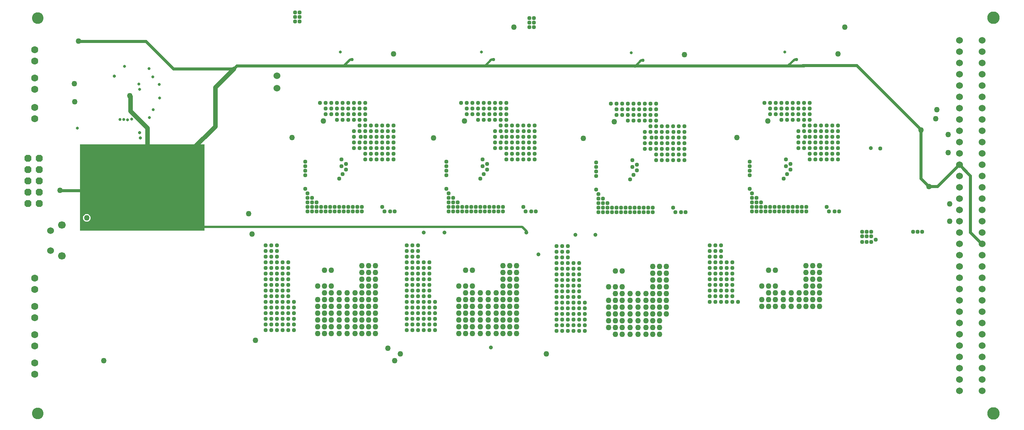
<source format=gbr>
%FSTAX23Y23*%
%MOIN*%
%SFA1B1*%

%IPPOS*%
%AMD59*
4,1,8,-0.031000,0.015500,-0.031000,-0.015500,-0.015500,-0.031000,0.015500,-0.031000,0.031000,-0.015500,0.031000,0.015500,0.015500,0.031000,-0.015500,0.031000,-0.031000,0.015500,0.0*
%
%ADD48C,0.025000*%
%ADD50C,0.019685*%
%ADD56C,0.066929*%
%ADD57C,0.060000*%
%ADD58C,0.062992*%
G04~CAMADD=59~4~0.0~0.0~620.0~620.0~0.0~155.0~0~0.0~0.0~0.0~0.0~0~0.0~0.0~0.0~0.0~0~0.0~0.0~0.0~90.0~620.0~620.0*
%ADD59D59*%
%ADD60C,0.110236*%
%ADD61C,0.060000*%
%ADD62C,0.102362*%
%ADD63C,0.035433*%
%ADD64C,0.037401*%
%ADD65C,0.050000*%
%ADD66C,0.030000*%
%ADD67C,0.026457*%
%ADD68C,0.025000*%
%ADD69C,0.027559*%
%ADD70C,0.039370*%
%LNlv1_copper_signal_2-1*%
%LPD*%
G36*
X02479Y02231D02*
X01379D01*
Y02992*
X02479*
Y02231*
G37*
%LNlv1_copper_signal_2-2*%
%LPC*%
G36*
X0144Y02376D02*
X01431Y02375D01*
X01423Y02372*
X01417Y02366*
X01411Y02359*
X01408Y02351*
X01407Y02343*
X01408Y02334*
X01411Y02326*
X01417Y02319*
X01423Y02314*
X01431Y02311*
X0144Y0231*
X01449Y02311*
X01457Y02314*
X01463Y02319*
X01469Y02326*
X01472Y02334*
X01473Y02343*
X01472Y02351*
X01469Y02359*
X01463Y02366*
X01457Y02372*
X01449Y02375*
X0144Y02376*
G37*
%LNlv1_copper_signal_2-3*%
%LPD*%
G54D48*
X07767Y03689D02*
X08242D01*
X0274Y0366D02*
X02768Y03687D01*
X03711*
X07776*
X08242Y03689D02*
X08809Y03122D01*
X0881Y02689D02*
Y03119D01*
Y02689D02*
X0888Y0262D01*
X08957*
X0915Y02812D02*
X09247Y02714D01*
Y02213D02*
Y02714D01*
X08957Y0262D02*
X0915Y02813D01*
X09247Y02213D02*
X0935Y0211D01*
X01962Y03904D02*
X02207Y0366D01*
X01365Y03904D02*
X01962D01*
X01201Y02584D02*
X01714D01*
X02207Y0366D02*
X0274D01*
G54D50*
X0198Y0257D02*
X02285Y02264D01*
X05286D02*
X05327Y02223D01*
X02285Y02264D02*
X05286D01*
X03766Y03743D02*
X03784D01*
X03711Y03687D02*
X03766Y03743D01*
X0496Y03687D02*
X05015Y03742D01*
X05032*
X06283Y03681D02*
X06338Y03737D01*
X06355*
X07638Y03688D02*
X07694Y03743D01*
X07711*
G54D56*
X01219Y02281D03*
Y02005D03*
G54D57*
X0112Y02054D03*
Y02231D03*
X0935Y03912D03*
Y03812D03*
Y03712D03*
Y03612D03*
Y03512D03*
Y03412D03*
Y03312D03*
Y03212D03*
Y03112D03*
Y03012D03*
Y02912D03*
Y02812D03*
Y02712D03*
Y02612D03*
Y02512D03*
Y02412D03*
Y02312D03*
Y02212D03*
Y02112D03*
Y02012D03*
Y01912D03*
Y01812D03*
Y01712D03*
Y01612D03*
Y01512D03*
Y01412D03*
Y01312D03*
Y01212D03*
Y01112D03*
Y01012D03*
Y00912D03*
Y00812D03*
X0915Y03912D03*
Y03812D03*
Y03712D03*
Y03612D03*
Y03512D03*
Y03412D03*
Y03312D03*
Y03212D03*
Y03112D03*
Y03012D03*
Y02912D03*
Y02812D03*
Y02712D03*
Y02612D03*
Y02512D03*
Y02412D03*
Y02312D03*
Y02212D03*
Y02112D03*
Y02012D03*
Y01912D03*
Y01812D03*
Y01712D03*
Y01612D03*
Y01512D03*
Y01412D03*
Y01312D03*
Y01212D03*
Y01112D03*
Y01012D03*
Y00912D03*
Y00812D03*
G54D58*
X00981Y0373D03*
Y0383D03*
Y0332D03*
Y0322D03*
Y0358D03*
Y0348D03*
Y0181D03*
Y0171D03*
Y0156D03*
Y0146D03*
Y0131D03*
Y0121D03*
Y0106D03*
Y0096D03*
G54D59*
X0092Y0287D03*
X0102D03*
Y0277D03*
X0092D03*
Y0267D03*
X0102D03*
X0092Y0257D03*
X0102D03*
X0092Y0247D03*
X0102D03*
G54D60*
X0945Y04112D03*
Y00612D03*
G54D61*
X0312Y0349D03*
Y036D03*
G54D62*
X01006Y04111D03*
Y00612D03*
G54D63*
X04418Y02214D03*
X046Y02212D03*
X05429Y02021D03*
X05756Y02194D03*
X05935Y02192D03*
X05011Y01195D03*
X05325Y02214D03*
X08368Y02958D03*
G54D64*
X0328Y0416D03*
Y0412D03*
Y0408D03*
X0332D03*
Y0412D03*
Y0416D03*
X0539Y0403D03*
Y0407D03*
Y0411D03*
X0535Y0407D03*
Y0411D03*
Y0403D03*
X0874Y0222D03*
X08779D03*
X0882D03*
X0841Y0215D03*
X0837Y0222D03*
Y0218D03*
Y0213D03*
X0833D03*
Y0218D03*
Y0222D03*
X08289Y0213D03*
Y0218D03*
Y0222D03*
X0367Y0269D03*
X037Y0273D03*
X0373Y0277D03*
Y0282D03*
X0369Y0286D03*
Y028D03*
X0317Y0135D03*
Y014D03*
Y0145D03*
Y015D03*
Y0155D03*
Y016D03*
X0322D03*
Y0155D03*
Y015D03*
Y0145D03*
Y014D03*
Y0135D03*
X0327Y016D03*
Y0155D03*
Y015D03*
Y0145D03*
Y014D03*
Y0135D03*
X0322Y0165D03*
Y017D03*
Y0175D03*
Y018D03*
Y0185D03*
Y019D03*
Y0195D03*
X0317Y0165D03*
Y017D03*
Y0175D03*
Y018D03*
Y0185D03*
Y019D03*
Y0195D03*
X0312Y0135D03*
Y014D03*
Y0145D03*
Y015D03*
Y0155D03*
Y016D03*
Y0165D03*
X0307Y0135D03*
Y014D03*
Y0145D03*
Y015D03*
Y0155D03*
Y016D03*
Y0165D03*
X0302D03*
Y016D03*
Y0155D03*
Y015D03*
Y0145D03*
Y014D03*
Y0135D03*
X0312Y021D03*
Y0205D03*
Y02D03*
Y0195D03*
Y019D03*
Y0185D03*
Y018D03*
Y0175D03*
Y017D03*
X0307Y021D03*
Y0205D03*
Y02D03*
Y0195D03*
Y019D03*
Y0185D03*
Y018D03*
Y0175D03*
Y017D03*
X0302D03*
Y0175D03*
Y018D03*
Y0185D03*
Y019D03*
Y0195D03*
Y02D03*
Y0205D03*
Y021D03*
X0375Y0336D03*
Y0326D03*
Y0321D03*
Y0331D03*
X0415Y0286D03*
X041D03*
X0405D03*
X04D03*
X0395D03*
X039D03*
Y0291D03*
X0395D03*
X04D03*
X0405D03*
X041D03*
X0415D03*
X037Y0336D03*
X039Y0301D03*
X0395D03*
X04D03*
X0405D03*
X041D03*
X0415D03*
Y0296D03*
X041D03*
X0405D03*
X04D03*
X0395D03*
X039D03*
X0385D03*
Y0301D03*
X0386Y0306D03*
X039D03*
X0395D03*
X04D03*
X0405D03*
X041D03*
X0415D03*
X041Y0311D03*
X04051Y03109D03*
X04Y0311D03*
X0395D03*
X039D03*
X0385D03*
X038Y0296D03*
Y0301D03*
Y0306D03*
Y0311D03*
X0415D03*
Y0316D03*
X041D03*
X0405D03*
X04D03*
X0395D03*
X039D03*
X0385D03*
X039Y0321D03*
X0385D03*
X038D03*
X039Y0326D03*
X0385D03*
X038D03*
Y0331D03*
X0385D03*
X039D03*
X038Y0336D03*
X0385D03*
X039D03*
X0412Y024D03*
X0405Y0244D03*
X0337Y0284D03*
Y028D03*
Y0276D03*
Y0272D03*
Y026D03*
X0339Y0256D03*
Y0252D03*
Y0248D03*
X0343D03*
Y0252D03*
X0347Y0248D03*
X0339Y0244D03*
Y024D03*
X0343D03*
Y0244D03*
X0347D03*
Y024D03*
X0351Y0244D03*
Y024D03*
X0355D03*
Y0244D03*
X0359D03*
Y024D03*
X0363D03*
Y0244D03*
X0367D03*
Y024D03*
X0371D03*
Y0244D03*
X0375D03*
Y024D03*
X0379Y0244D03*
Y024D03*
X0383D03*
Y0244D03*
X0387D03*
Y024D03*
X0407D03*
X0416D03*
X0365Y0336D03*
X036D03*
X0355D03*
X035D03*
X037Y0331D03*
X0365D03*
X036D03*
X0355D03*
X037Y0326D03*
Y0321D03*
X0365Y0326D03*
X036D03*
X0355D03*
X0365Y0321D03*
X08451Y02957D03*
X04898Y03209D03*
X04798Y03259D03*
X04848D03*
X04898D03*
X04948Y03209D03*
Y03259D03*
X04798Y03309D03*
X04848D03*
X04898D03*
X04948D03*
X04748Y03359D03*
X04798D03*
X04848D03*
X04898D03*
X05408Y02399D03*
X05318D03*
X04618Y02719D03*
Y02759D03*
Y02799D03*
Y02839D03*
X05298Y02439D03*
X05368Y02399D03*
X05148Y03359D03*
X05098D03*
X05048D03*
X05148Y03309D03*
X05098D03*
X05048D03*
Y03259D03*
X05098D03*
X05148D03*
X05048Y03209D03*
X05098D03*
X05148D03*
X05098Y03159D03*
X05148D03*
X05198D03*
X05248D03*
X05298D03*
X05348D03*
X05398D03*
Y03109D03*
X05048D03*
Y03059D03*
Y03009D03*
Y02959D03*
X05098Y03109D03*
X05148D03*
X05198D03*
X05248D03*
X05299Y03108D03*
X05348Y03109D03*
X05398Y03059D03*
X05348D03*
X05298D03*
X05248D03*
X05198D03*
X05148D03*
X05108D03*
X05098Y03009D03*
Y02959D03*
X05148D03*
X05198D03*
X05248D03*
X05298D03*
X05348D03*
X05398D03*
Y03009D03*
X05348D03*
X05298D03*
X05248D03*
X05198D03*
X05148D03*
X04948Y03359D03*
X05398Y02909D03*
X05348D03*
X05298D03*
X05248D03*
X05198D03*
X05148D03*
Y02859D03*
X05198D03*
X05248D03*
X05298D03*
X05348D03*
X05398D03*
X04998Y03309D03*
Y03209D03*
Y03259D03*
Y03359D03*
X04938Y02799D03*
Y02859D03*
X04978Y02819D03*
Y02769D03*
X04948Y02729D03*
X04918Y02689D03*
X06221Y03204D03*
X06121Y03254D03*
X06171D03*
X06221D03*
X06271Y03204D03*
Y03254D03*
X06121Y03304D03*
X06171D03*
X06221D03*
X06271D03*
X06071Y03354D03*
X06121D03*
X06171D03*
X06221D03*
X06731Y02394D03*
X06641D03*
X06441D03*
Y02434D03*
X06401D03*
Y02394D03*
X06361D03*
Y02434D03*
X06321Y02394D03*
Y02434D03*
X06281D03*
Y02394D03*
X06241D03*
Y02434D03*
X06201D03*
Y02394D03*
X06161D03*
Y02434D03*
X06121D03*
Y02394D03*
X06081D03*
Y02434D03*
X06041Y02394D03*
Y02434D03*
X06001D03*
Y02394D03*
X05961D03*
Y02434D03*
X06041Y02474D03*
X06001Y02514D03*
Y02474D03*
X05961D03*
Y02514D03*
Y02554D03*
X05941Y02594D03*
Y02714D03*
Y02754D03*
Y02794D03*
Y02834D03*
X06621Y02434D03*
X06691Y02394D03*
X06471Y03354D03*
X06421D03*
X06371D03*
X06471Y03304D03*
X06421D03*
X06371D03*
Y03254D03*
X06421D03*
X06471D03*
X06371Y03204D03*
X06421D03*
X06471D03*
X06421Y03154D03*
X06471D03*
X06521D03*
X06571D03*
X06621D03*
X06671D03*
X06721D03*
Y03104D03*
X06371D03*
Y03054D03*
Y03004D03*
Y02954D03*
X06421Y03104D03*
X06471D03*
X06521D03*
X06571D03*
X06622Y03103D03*
X06671Y03104D03*
X06721Y03054D03*
X06671D03*
X06621D03*
X06571D03*
X06521D03*
X06471D03*
X06431D03*
X06421Y03004D03*
Y02954D03*
X06471D03*
X06521D03*
X06571D03*
X06621D03*
X06671D03*
X06721D03*
Y03004D03*
X06671D03*
X06621D03*
X06571D03*
X06521D03*
X06471D03*
X06271Y03354D03*
X06721Y02904D03*
X06671D03*
X06621D03*
X06571D03*
X06521D03*
X06471D03*
Y02854D03*
X06521D03*
X06571D03*
X06621D03*
X06671D03*
X06721D03*
X06321Y03304D03*
Y03204D03*
Y03254D03*
Y03354D03*
X06261Y02794D03*
Y02854D03*
X06301Y02814D03*
Y02764D03*
X06271Y02724D03*
X06241Y02684D03*
X07577Y0321D03*
X07477Y0326D03*
X07527D03*
X07577D03*
X07627Y0321D03*
Y0326D03*
X07477Y0331D03*
X07527D03*
X07577D03*
X07627D03*
X07427Y0336D03*
X07477D03*
X07527D03*
X07577D03*
X08087Y024D03*
X07997D03*
X07797D03*
Y0244D03*
X07757D03*
Y024D03*
X07717D03*
Y0244D03*
X07677Y024D03*
Y0244D03*
X07637D03*
Y024D03*
X07597D03*
Y0244D03*
X07557D03*
Y024D03*
X07517D03*
Y0244D03*
X07477D03*
Y024D03*
X07437D03*
Y0244D03*
X07397Y024D03*
Y0244D03*
X07357D03*
Y024D03*
X07317D03*
Y0244D03*
X07397Y0248D03*
X07357Y0252D03*
Y0248D03*
X07317D03*
Y0252D03*
Y0256D03*
X07297Y026D03*
Y0272D03*
Y0276D03*
Y028D03*
Y0284D03*
X07977Y0244D03*
X08047Y024D03*
X07827Y0336D03*
X07777D03*
X07727D03*
X07827Y0331D03*
X07777D03*
X07727D03*
Y0326D03*
X07777D03*
X07827D03*
X07727Y0321D03*
X07777D03*
X07827D03*
X07777Y0316D03*
X07827D03*
X07877D03*
X07927D03*
X07977D03*
X08027D03*
X08077D03*
Y0311D03*
X07727D03*
Y0306D03*
Y0301D03*
Y0296D03*
X07777Y0311D03*
X07827D03*
X07877D03*
X07927D03*
X07978Y03109D03*
X08027Y0311D03*
X08077Y0306D03*
X08027D03*
X07977D03*
X07927D03*
X07877D03*
X07827D03*
X07787D03*
X07777Y0301D03*
Y0296D03*
X07827D03*
X07877D03*
X07927D03*
X07977D03*
X08027D03*
X08077D03*
Y0301D03*
X08027D03*
X07977D03*
X07927D03*
X07877D03*
X07827D03*
X07627Y0336D03*
X08077Y0291D03*
X08027D03*
X07977D03*
X07927D03*
X07877D03*
X07827D03*
Y0286D03*
X07877D03*
X07927D03*
X07977D03*
X08027D03*
X08077D03*
X07677Y0331D03*
Y0321D03*
Y0326D03*
Y0336D03*
X07617Y028D03*
Y0286D03*
X07657Y0282D03*
Y0277D03*
X07627Y0273D03*
X07597Y0269D03*
X05116Y02398D03*
Y02438D03*
X05076D03*
Y02398D03*
X05036D03*
Y02438D03*
X04996Y02398D03*
Y02438D03*
X04956D03*
Y02398D03*
X04916D03*
Y02438D03*
X04876D03*
Y02398D03*
X04836D03*
Y02438D03*
X04796D03*
Y02398D03*
X04756D03*
Y02438D03*
X04716Y02398D03*
Y02438D03*
X04676D03*
Y02398D03*
X04636D03*
Y02438D03*
X04716Y02478D03*
X04676Y02518D03*
Y02478D03*
X04636D03*
Y02518D03*
Y02558D03*
X04616Y02598D03*
X04266Y021D03*
Y0205D03*
Y02D03*
Y0195D03*
Y019D03*
Y0185D03*
Y018D03*
Y0175D03*
Y017D03*
X04316D03*
Y0175D03*
Y018D03*
Y0185D03*
Y019D03*
Y0195D03*
Y02D03*
Y0205D03*
Y021D03*
X04366Y017D03*
Y0175D03*
Y018D03*
Y0185D03*
Y019D03*
Y0195D03*
Y02D03*
Y0205D03*
Y021D03*
X04266Y0135D03*
Y014D03*
Y0145D03*
Y015D03*
Y0155D03*
Y016D03*
Y0165D03*
X04316D03*
Y016D03*
Y0155D03*
Y015D03*
Y0145D03*
Y014D03*
Y0135D03*
X04366Y0165D03*
Y016D03*
Y0155D03*
Y015D03*
Y0145D03*
Y014D03*
Y0135D03*
X04416Y0195D03*
Y019D03*
Y0185D03*
Y018D03*
Y0175D03*
Y017D03*
Y0165D03*
X04466Y0195D03*
Y019D03*
Y0185D03*
Y018D03*
Y0175D03*
Y017D03*
Y0165D03*
X04516Y0135D03*
Y014D03*
Y0145D03*
Y015D03*
Y0155D03*
Y016D03*
X04466Y0135D03*
Y014D03*
Y0145D03*
Y015D03*
Y0155D03*
Y016D03*
X04416D03*
Y0155D03*
Y015D03*
Y0145D03*
Y014D03*
Y0135D03*
X05589Y02092D03*
Y02042D03*
Y01992D03*
Y01942D03*
Y01892D03*
Y01842D03*
Y01792D03*
Y01742D03*
Y01692D03*
X05639D03*
Y01742D03*
Y01792D03*
Y01842D03*
Y01892D03*
Y01942D03*
Y01992D03*
Y02042D03*
Y02092D03*
X05689Y01692D03*
Y01742D03*
Y01792D03*
Y01842D03*
Y01892D03*
Y01942D03*
Y01992D03*
Y02042D03*
Y02092D03*
X05589Y01342D03*
Y01392D03*
Y01442D03*
Y01492D03*
Y01542D03*
Y01592D03*
Y01642D03*
X05639D03*
Y01592D03*
Y01542D03*
Y01492D03*
Y01442D03*
Y01392D03*
Y01342D03*
X05689Y01642D03*
Y01592D03*
Y01542D03*
Y01492D03*
Y01442D03*
Y01392D03*
Y01342D03*
X05739Y01942D03*
Y01892D03*
Y01842D03*
Y01792D03*
Y01742D03*
Y01692D03*
Y01642D03*
X05789Y01942D03*
Y01892D03*
Y01842D03*
Y01792D03*
Y01742D03*
Y01692D03*
Y01642D03*
X05839Y01342D03*
Y01392D03*
Y01442D03*
Y01492D03*
Y01542D03*
Y01592D03*
X05789Y01342D03*
Y01392D03*
Y01442D03*
Y01492D03*
Y01542D03*
Y01592D03*
X05739D03*
Y01542D03*
Y01492D03*
Y01442D03*
Y01392D03*
Y01342D03*
X06944Y021D03*
Y0205D03*
Y02D03*
Y0195D03*
Y019D03*
Y0185D03*
Y018D03*
Y0175D03*
Y017D03*
X06994D03*
Y0175D03*
Y018D03*
Y0185D03*
Y019D03*
Y0195D03*
Y02D03*
Y0205D03*
Y021D03*
X07044Y017D03*
Y0175D03*
Y018D03*
Y0185D03*
Y019D03*
Y0195D03*
Y02D03*
Y0205D03*
Y021D03*
X06944Y016D03*
Y0165D03*
X06994D03*
Y016D03*
X07044Y0165D03*
Y016D03*
X07094Y0195D03*
Y019D03*
Y0185D03*
Y018D03*
Y0175D03*
Y017D03*
Y0165D03*
X07144Y0195D03*
Y019D03*
Y0185D03*
Y018D03*
Y0175D03*
Y017D03*
Y0165D03*
X07194Y016D03*
X07144D03*
X07094D03*
G54D65*
X08136Y04029D03*
X05212D03*
X01329Y0353D03*
X01334Y0337D03*
X0895Y033D03*
X0881Y03119D03*
X0894Y03219D03*
X0888Y0262D03*
X0905Y0308D03*
Y0292D03*
X09065Y02465D03*
X09062Y02312D03*
X0399Y0138D03*
Y0144D03*
X0393D03*
Y0138D03*
X0387Y0144D03*
Y0138D03*
Y0132D03*
X0393D03*
X0399D03*
X0381Y0138D03*
X0367Y0144D03*
X0374Y0132D03*
X0381D03*
X036Y0138D03*
Y0144D03*
X0354D03*
Y0138D03*
X0348Y0144D03*
Y0138D03*
Y0132D03*
X0354D03*
X036D03*
X0381Y0144D03*
X0367Y0138D03*
Y0132D03*
X0374Y0138D03*
Y0144D03*
Y0162D03*
Y0156D03*
X0367Y015D03*
Y0156D03*
X0381Y0168D03*
Y0162D03*
X036Y015D03*
X0354D03*
X0348D03*
Y0156D03*
Y0162D03*
X0354Y0156D03*
Y0162D03*
X036D03*
Y0156D03*
X0381Y015D03*
X0374D03*
X0367Y0162D03*
X0381Y0156D03*
X0399Y015D03*
X0393D03*
X0387D03*
Y0156D03*
Y0162D03*
X0393Y0156D03*
Y0162D03*
X0399D03*
Y0156D03*
Y0186D03*
X0393D03*
X0387D03*
Y0192D03*
X0393D03*
X0399D03*
X0159Y0108D03*
X0416D03*
X055Y0114D03*
X0421D03*
X0293Y0126D03*
X041Y0119D03*
X0354Y0188D03*
X036D03*
X0354Y0168D03*
X0348Y0174D03*
X0354D03*
X036D03*
Y0168D03*
X0367D03*
X0374D03*
X0399Y0174D03*
Y018D03*
X0393D03*
Y0174D03*
X0387Y018D03*
Y0174D03*
Y0168D03*
X0393D03*
X0399D03*
X0415Y03793D03*
X03255Y03052D03*
X029Y022D03*
X0287Y0238D03*
X0353Y032D03*
X01978Y02568D03*
X0144Y02343D03*
X01366Y03905D03*
X01714Y02584D03*
X01202Y02586D03*
X02079Y02563D03*
X0182Y03423D03*
X01646Y02585D03*
X01648Y02381D03*
X01775Y02415D03*
X01914Y02418D03*
X02026Y02473D03*
X01715Y0252D03*
X04778Y03199D03*
X04504Y03051D03*
X06101Y03194D03*
X05827Y03046D03*
X06721Y03787D03*
X07457Y032D03*
X07183Y03053D03*
X08077Y03793D03*
X05236Y0168D03*
X05176D03*
X05116D03*
Y0174D03*
Y018D03*
X05176Y0174D03*
Y018D03*
X05236D03*
Y0174D03*
X04986Y0168D03*
X04916D03*
X04846D03*
Y0174D03*
X04786D03*
X04726D03*
X04786Y0168D03*
X04846Y0188D03*
X04786D03*
X05236Y0192D03*
X05176D03*
X05116D03*
Y0186D03*
X05176D03*
X05236D03*
Y0156D03*
Y0162D03*
X05176D03*
Y0156D03*
X05116Y0162D03*
Y0156D03*
Y015D03*
X05176D03*
X05236D03*
X05056Y0156D03*
X04916Y0162D03*
X04986Y015D03*
X05056D03*
X04846Y0156D03*
Y0162D03*
X04786D03*
Y0156D03*
X04726Y0162D03*
Y0156D03*
Y015D03*
X04786D03*
X04846D03*
X05056Y0162D03*
Y0168D03*
X04916Y0156D03*
Y015D03*
X04986Y0156D03*
Y0162D03*
Y0144D03*
Y0138D03*
X04916Y0132D03*
Y0138D03*
X05056Y0144D03*
X04846Y0132D03*
X04786D03*
X04726D03*
Y0138D03*
Y0144D03*
X04786Y0138D03*
Y0144D03*
X04846D03*
Y0138D03*
X05056Y0132D03*
X04986D03*
X04916Y0144D03*
X05056Y0138D03*
X05236Y0132D03*
X05176D03*
X05116D03*
Y0138D03*
Y0144D03*
X05176Y0138D03*
Y0144D03*
X05236D03*
Y0138D03*
X06559Y01672D03*
X06499D03*
X06439D03*
Y01732D03*
Y01792D03*
X06499Y01732D03*
Y01792D03*
X06559D03*
Y01732D03*
X06309Y01672D03*
X06239D03*
X06169D03*
Y01732D03*
X06109D03*
X06049D03*
X06109Y01672D03*
X06169Y01872D03*
X06109D03*
X06559Y01912D03*
X06499D03*
X06439D03*
Y01852D03*
X06499D03*
X06559D03*
Y01552D03*
Y01612D03*
X06499D03*
Y01552D03*
X06439Y01612D03*
Y01552D03*
Y01492D03*
X06499D03*
X06559D03*
X06379Y01552D03*
X06239Y01612D03*
X06309Y01492D03*
X06379D03*
X06169Y01552D03*
Y01612D03*
X06109D03*
Y01552D03*
X06049Y01612D03*
Y01552D03*
Y01492D03*
X06109D03*
X06169D03*
X06379Y01612D03*
Y01672D03*
X06239Y01552D03*
Y01492D03*
X06309Y01552D03*
Y01612D03*
Y01432D03*
Y01372D03*
X06239Y01312D03*
Y01372D03*
X06379Y01432D03*
X06169Y01312D03*
X06109D03*
X06049Y01372D03*
Y01432D03*
X06109Y01372D03*
Y01432D03*
X06169D03*
Y01372D03*
X06379Y01312D03*
X06309D03*
X06239Y01432D03*
X06379Y01372D03*
X06499Y01312D03*
X06439D03*
Y01372D03*
Y01432D03*
X06499Y01372D03*
Y01432D03*
X07914Y0168D03*
X07854D03*
X07794D03*
Y0174D03*
Y018D03*
X07854Y0174D03*
Y018D03*
X07914D03*
Y0174D03*
X07664Y0168D03*
X07594D03*
X07524D03*
Y0174D03*
X07464D03*
X07404D03*
X07464Y0168D03*
X07524Y0188D03*
X07464D03*
X07914Y0192D03*
X07854D03*
X07794D03*
Y0186D03*
X07854D03*
X07914D03*
Y0156D03*
Y0162D03*
X07854D03*
Y0156D03*
X07794Y0162D03*
Y0156D03*
X07734D03*
X07594Y0162D03*
X07524Y0156D03*
Y0162D03*
X07464D03*
Y0156D03*
X07404Y0162D03*
Y0156D03*
X07734Y0162D03*
Y0168D03*
X07594Y0156D03*
X07664D03*
Y0162D03*
G54D66*
X03784Y03743D03*
X05032Y03742D03*
X06355Y03737D03*
X07711Y03743D03*
G54D67*
X0368Y0381D03*
X04928Y03809D03*
X06251Y03804D03*
X07607Y0381D03*
G54D68*
X01906Y03481D03*
X01899Y03525D03*
X01837Y03216D03*
X01734Y03214D03*
X01768Y03212D03*
X01801Y03209D03*
X01992Y03229D03*
X02026Y03299D03*
X01991Y03664D03*
X01773Y03684D03*
X02025Y03588D03*
X0208Y03524D03*
X02082Y03404D03*
X01358Y03137D03*
G54D69*
X01907Y03095D03*
X01914Y03051D03*
X01682Y03595D03*
G54D70*
X0198Y0257D02*
X01992D01*
X0237Y02948*
X02375Y0295D02*
X02576Y0315D01*
Y03496*
X02739Y0366*
X01978Y02568D02*
Y03136D01*
X01827Y03287D02*
X01978Y03136D01*
X01827Y03287D02*
Y03415D01*
M02*
</source>
